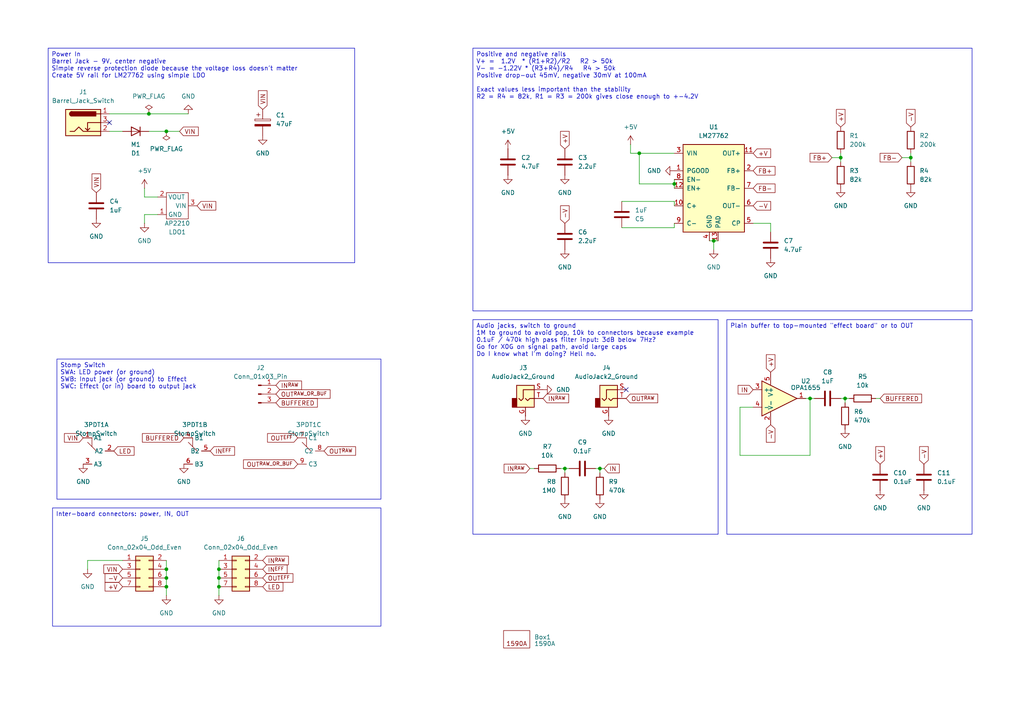
<source format=kicad_sch>
(kicad_sch (version 20231120) (generator "eeschema") (generator_version "8.0")
  (paper "A4")
  (title_block (title "Base board with LDO power rails") (date "2025-02-28") (rev "v1.0"))
  (lib_symbols
    (symbol "Connector:Barrel_Jack_Switch" (pin_names hide)
      (property "Reference" "J" (at 0 5.334 0))
      (property "Value" "Barrel_Jack_Switch" (at 0 -5.08 0))
      (symbol "Barrel_Jack_Switch_0_1"
        (rectangle (start -5.08 3.81) (end 5.08 -3.81) (stroke (width 0.254)) (fill (type background)))
        (arc (start -3.302 3.175) (mid -3.9343 2.54) (end -3.302 1.905) (stroke (width 0.254)))
        (arc (start -3.302 3.175) (mid -3.9343 2.54) (end -3.302 1.905) (stroke (width 0.254)) (fill (type outline)))
        (polyline (pts (xy 1.27 -2.286) (xy 1.905 -1.651)) (stroke (width 0.254)))
        (polyline (pts (xy 5.08 2.54) (xy 3.81 2.54)) (stroke (width 0.254)))
        (polyline (pts (xy 5.08 0) (xy 1.27 0) (xy 1.27 -2.286) (xy 0.635 -1.651)) (stroke (width 0.254)))
        (polyline (pts (xy -3.81 -2.54) (xy -2.54 -2.54) (xy -1.27 -1.27) (xy 0 -2.54) (xy 2.54 -2.54) (xy 5.08 -2.54)) (stroke (width 0.254)))
        (rectangle (start 3.683 3.175) (end -3.302 1.905) (stroke (width 0.254)) (fill (type outline)))
      )
      (symbol "Barrel_Jack_Switch_1_1"
        (pin passive line (at 7.62 2.54 180) (length 2.54) (name "~") (number "1"))
        (pin passive line (at 7.62 -2.54 180) (length 2.54) (name "~") (number "2"))
        (pin passive line (at 7.62 0 180) (length 2.54) (name "~") (number "3"))
      )
    )
    (symbol "Connector:Conn_01x03_Pin" (pin_names (offset 1.016) hide)
      (property "Reference" "J" (at 0 5.08 0))
      (property "Value" "Conn_01x03_Pin" (at 0 -5.08 0))
      (symbol "Conn_01x03_Pin_1_1"
        (polyline (pts (xy 1.27 -2.54) (xy 0.8636 -2.54)) (stroke (width 0.1524)))
        (polyline (pts (xy 1.27 0) (xy 0.8636 0)) (stroke (width 0.1524)))
        (polyline (pts (xy 1.27 2.54) (xy 0.8636 2.54)) (stroke (width 0.1524)))
        (rectangle (start 0.8636 -2.413) (end 0 -2.667) (stroke (width 0.1524)) (fill (type outline)))
        (rectangle (start 0.8636 0.127) (end 0 -0.127) (stroke (width 0.1524)) (fill (type outline)))
        (rectangle (start 0.8636 2.667) (end 0 2.413) (stroke (width 0.1524)) (fill (type outline)))
        (pin passive line (at 5.08 2.54 180) (length 3.81) (name "Pin_1") (number "1"))
        (pin passive line (at 5.08 0 180) (length 3.81) (name "Pin_2") (number "2"))
        (pin passive line (at 5.08 -2.54 180) (length 3.81) (name "Pin_3") (number "3"))
      )
    )
    (symbol "Connector_Audio:AudioJack2_Ground"
      (property "Reference" "J" (at 0 8.89 0))
      (property "Value" "AudioJack2_Ground" (at 0 6.35 0))
      (symbol "AudioJack2_Ground_0_1"
        (rectangle (start -2.54 -2.54) (end -3.81 0) (stroke (width 0.254)) (fill (type outline)))
        (polyline (pts (xy 0 0) (xy 0.635 -0.635) (xy 1.27 0) (xy 2.54 0)) (stroke (width 0.254)))
        (polyline (pts (xy 2.54 2.54) (xy -0.635 2.54) (xy -0.635 0) (xy -1.27 -0.635) (xy -1.905 0)) (stroke (width 0.254)))
        (rectangle (start 2.54 3.81) (end -2.54 -2.54) (stroke (width 0.254)) (fill (type background)))
      )
      (symbol "AudioJack2_Ground_1_1"
        (pin passive line (at 0 -5.08 90) (length 2.54) (name "~") (number "G"))
        (pin passive line (at 5.08 2.54 180) (length 2.54) (name "~") (number "S"))
        (pin passive line (at 5.08 0 180) (length 2.54) (name "~") (number "T"))
      )
    )
    (symbol "Connector_Generic:Conn_02x04_Odd_Even" (pin_names (offset 1.016) hide)
      (property "Reference" "J" (at 1.27 5.08 0))
      (property "Value" "Conn_02x04_Odd_Even" (at 1.27 -7.62 0))
      (symbol "Conn_02x04_Odd_Even_1_1"
        (rectangle (start -1.27 -4.953) (end 0 -5.207) (stroke (width 0.1524)))
        (rectangle (start -1.27 -2.413) (end 0 -2.667) (stroke (width 0.1524)))
        (rectangle (start -1.27 0.127) (end 0 -0.127) (stroke (width 0.1524)))
        (rectangle (start -1.27 2.667) (end 0 2.413) (stroke (width 0.1524)))
        (rectangle (start -1.27 3.81) (end 3.81 -6.35) (stroke (width 0.254)) (fill (type background)))
        (rectangle (start 3.81 -4.953) (end 2.54 -5.207) (stroke (width 0.1524)))
        (rectangle (start 3.81 -2.413) (end 2.54 -2.667) (stroke (width 0.1524)))
        (rectangle (start 3.81 0.127) (end 2.54 -0.127) (stroke (width 0.1524)))
        (rectangle (start 3.81 2.667) (end 2.54 2.413) (stroke (width 0.1524)))
        (pin passive line (at -5.08 2.54 0) (length 3.81) (name "Pin_1") (number "1"))
        (pin passive line (at 7.62 2.54 180) (length 3.81) (name "Pin_2") (number "2"))
        (pin passive line (at -5.08 0 0) (length 3.81) (name "Pin_3") (number "3"))
        (pin passive line (at 7.62 0 180) (length 3.81) (name "Pin_4") (number "4"))
        (pin passive line (at -5.08 -2.54 0) (length 3.81) (name "Pin_5") (number "5"))
        (pin passive line (at 7.62 -2.54 180) (length 3.81) (name "Pin_6") (number "6"))
        (pin passive line (at -5.08 -5.08 0) (length 3.81) (name "Pin_7") (number "7"))
        (pin passive line (at 7.62 -5.08 180) (length 3.81) (name "Pin_8") (number "8"))
      )
    )
    (symbol "Device:C" (pin_numbers hide) (pin_names (offset 0.254))
      (property "Reference" "C" (at 0.635 2.54 0))
      (property "Value" "C" (at 0.635 -2.54 0))
      (symbol "C_0_1"
        (polyline (pts (xy -2.032 -0.762) (xy 2.032 -0.762)) (stroke (width 0.508)))
        (polyline (pts (xy -2.032 0.762) (xy 2.032 0.762)) (stroke (width 0.508)))
      )
      (symbol "C_1_1"
        (pin passive line (at 0 3.81 270) (length 2.794) (name "~") (number "1"))
        (pin passive line (at 0 -3.81 90) (length 2.794) (name "~") (number "2"))
      )
    )
    (symbol "Device:C_Polarized" (pin_numbers hide) (pin_names (offset 0.254))
      (property "Reference" "C" (at 0.635 2.54 0))
      (property "Value" "C_Polarized" (at 0.635 -2.54 0))
      (symbol "C_Polarized_0_1"
        (rectangle (start -2.286 0.508) (end 2.286 1.016))
        (polyline (pts (xy -1.778 2.286) (xy -0.762 2.286)))
        (polyline (pts (xy -1.27 2.794) (xy -1.27 1.778)))
        (rectangle (start 2.286 -0.508) (end -2.286 -1.016) (fill (type outline)))
      )
      (symbol "C_Polarized_1_1"
        (pin passive line (at 0 3.81 270) (length 2.794) (name "~") (number "1"))
        (pin passive line (at 0 -3.81 90) (length 2.794) (name "~") (number "2"))
      )
    )
    (symbol "Device:D" (pin_numbers hide) (pin_names (offset 1.016) hide)
      (property "Reference" "D" (at 0 2.54 0))
      (property "Value" "D" (at 0 -2.54 0))
      (symbol "D_0_1"
        (polyline (pts (xy -1.27 1.27) (xy -1.27 -1.27)) (stroke (width 0.254)))
        (polyline (pts (xy 1.27 0) (xy -1.27 0)))
        (polyline (pts (xy 1.27 1.27) (xy 1.27 -1.27) (xy -1.27 0) (xy 1.27 1.27)) (stroke (width 0.254)))
      )
      (symbol "D_1_1"
        (pin passive line (at -3.81 0 0) (length 2.54) (name "K") (number "1"))
        (pin passive line (at 3.81 0 180) (length 2.54) (name "A") (number "2"))
      )
    )
    (symbol "Device:R" (pin_numbers hide) (pin_names (offset 0))
      (property "Reference" "R" (at 2.032 0 90))
      (property "Value" "R" (at 0 0 90))
      (symbol "R_0_1"
        (rectangle (start -1.016 -2.54) (end 1.016 2.54) (stroke (width 0.254)))
      )
      (symbol "R_1_1"
        (pin passive line (at 0 3.81 270) (length 1.27) (name "~") (number "1"))
        (pin passive line (at 0 -3.81 90) (length 1.27) (name "~") (number "2"))
      )
    )
    (symbol "Mylib:3PDT"
      (property "Reference" "3PDT" (at 0 0 0))
      (symbol "3PDT_0_1"
        (polyline (pts (xy 0 -3.81) (xy 0 -6.35)))
        (polyline (pts (xy 1.27 -7.62) (xy -1.27 -5.08)))
      )
      (symbol "3PDT_1_1"
        (pin passive line (at -2.54 -3.81 0) (length 2.54) (name "A1") (number "1"))
        (pin passive line (at 6.35 -7.62 180) (length 2.54) (name "A2") (number "2"))
        (pin passive line (at -2.54 -11.43 0) (length 2.54) (name "A3") (number "3"))
      )
      (symbol "3PDT_2_1"
        (pin passive line (at -2.54 -3.81 0) (length 2.54) (name "B1") (number "4"))
        (pin passive line (at 5.08 -7.62 180) (length 2.54) (name "B2") (number "5"))
        (pin passive line (at -2.54 -11.43 0) (length 2.54) (name "B3") (number "6"))
      )
      (symbol "3PDT_3_1"
        (pin passive line (at -2.54 -3.81 0) (length 2.54) (name "C1") (number "7"))
        (pin passive line (at 5.08 -7.62 180) (length 2.54) (name "C2") (number "8"))
        (pin passive line (at -2.54 -11.43 0) (length 2.54) (name "C3") (number "9"))
      )
    )
    (symbol "Mylib:AP2210N-5.0TRG1"
      (property "Reference" "LDO" (at 5.588 2.794 0))
      (symbol "AP2210N-5.0TRG1_0_1"
        (rectangle (start 2.54 1.27) (end 8.89 -6.35))
      )
      (symbol "AP2210N-5.0TRG1_1_1"
        (pin power_in line (at 0 0 0) (length 2.54) (name "GND") (number "1"))
        (pin power_out line (at 0 -5.08 0) (length 2.54) (name "VOUT") (number "2"))
        (pin power_in line (at 11.43 -2.54 180) (length 2.54) (name "VIN") (number "3"))
      )
    )
    (symbol "Mylib:Enclosure_1590A"
      (property "Reference" "Box" (at 0 0 0))
      (symbol "Enclosure_1590A_0_1"
        (rectangle (start -3.81 1.27) (end 3.81 -3.81))
      )
      (symbol "Enclosure_1590A_1_1"
        (text "1590A" (at 0 -2.54 0) (effects (font (size 1.27 1.27))))
      )
    )
    (symbol "Mylib:OPA1655DVB"
      (property "Reference" "U" (at -6.35 6.35 0))
      (symbol "OPA1655DVB_0_1"
        (polyline (pts (xy 0 5.08) (xy 10.16 0) (xy 0 -5.08) (xy 0 5.08)) (stroke (width 0.254)) (fill (type background)))
        (pin power_in line (at 2.54 -7.62 90) (length 3.81) (name "V-") (number "2"))
        (pin power_in line (at 2.54 7.62 270) (length 3.81) (name "V+") (number "5"))
      )
      (symbol "OPA1655DVB_1_1"
        (pin output line (at 12.7 0 180) (length 2.54) (name "~") (number "1"))
        (pin input line (at -2.54 2.54 0) (length 2.54) (name "+") (number "3"))
        (pin input line (at -2.54 -2.54 0) (length 2.54) (name "-") (number "4"))
      )
    )
    (symbol "Regulator_SwitchedCapacitor:LM27762" (pin_names (offset 1.016))
      (property "Reference" "U" (at -6.604 8.89 0))
      (property "Value" "LM27762" (at 6.096 8.89 0))
      (symbol "LM27762_0_1"
        (rectangle (start -7.62 7.62) (end 10.16 -17.78) (stroke (width 0.254)) (fill (type background)))
      )
      (symbol "LM27762_1_1"
        (pin open_collector line (at -10.16 0 0) (length 2.54) (name "PGOOD") (number "1"))
        (pin passive line (at -10.16 -10.16 0) (length 2.54) (name "C+") (number "10"))
        (pin power_out line (at 12.7 5.08 180) (length 2.54) (name "OUT+") (number "11"))
        (pin input line (at -10.16 -5.08 0) (length 2.54) (name "EN+") (number "12"))
        (pin power_in line (at 2.54 -20.32 90) (length 2.54) (name "PAD") (number "13"))
        (pin input line (at 12.7 0 180) (length 2.54) (name "FB+") (number "2"))
        (pin power_in line (at -10.16 5.08 0) (length 2.54) (name "VIN") (number "3"))
        (pin power_in line (at 0 -20.32 90) (length 2.54) (name "GND") (number "4"))
        (pin passive line (at 12.7 -15.24 180) (length 2.54) (name "CP") (number "5"))
        (pin power_out line (at 12.7 -10.16 180) (length 2.54) (name "OUT-") (number "6"))
        (pin input line (at 12.7 -5.08 180) (length 2.54) (name "FB-") (number "7"))
        (pin input line (at -10.16 -2.54 0) (length 2.54) (name "EN-") (number "8"))
        (pin passive line (at -10.16 -15.24 0) (length 2.54) (name "C-") (number "9"))
      )
    )
    (symbol "power:+5V" (power) (pin_numbers hide) (pin_names (offset 0) hide)
      (property "Value" "+5V" (at 0 3.556 0))
      (symbol "+5V_0_1"
        (polyline (pts (xy -0.762 1.27) (xy 0 2.54)))
        (polyline (pts (xy 0 0) (xy 0 2.54)))
        (polyline (pts (xy 0 2.54) (xy 0.762 1.27)))
      )
      (symbol "+5V_1_1"
        (pin power_in line (at 0 0 90) (length 0) (name "~") (number "1"))
      )
    )
    (symbol "power:GND" (power) (pin_numbers hide) (pin_names (offset 0) hide)
      (property "Value" "GND" (at 0 -3.81 0))
      (symbol "GND_0_1"
        (polyline (pts (xy 0 0) (xy 0 -1.27) (xy 1.27 -1.27) (xy 0 -2.54) (xy -1.27 -1.27) (xy 0 -1.27)))
      )
      (symbol "GND_1_1"
        (pin power_in line (at 0 0 270) (length 0) (name "~") (number "1"))
      )
    )
    (symbol "power:PWR_FLAG" (power) (pin_numbers hide) (pin_names (offset 0) hide)
      (property "Value" "PWR_FLAG" (at 0 3.81 0))
      (symbol "PWR_FLAG_0_0"
        (pin power_out line (at 0 0 90) (length 0) (name "~") (number "1"))
      )
      (symbol "PWR_FLAG_0_1"
        (polyline (pts (xy 0 0) (xy 0 1.27) (xy -1.016 1.905) (xy 0 2.54) (xy 1.016 1.905) (xy 0 1.27)))
      )
    )
  )
  (junction (at 63.5 167.64))
  (junction (at 207.01 69.85))
  (junction (at 243.84 45.72))
  (junction (at 185.42 44.45))
  (junction (at 48.26 167.64))
  (junction (at 48.26 165.1))
  (junction (at 63.5 165.1))
  (junction (at 264.16 45.72))
  (junction (at 48.26 170.18))
  (junction (at 245.11 115.57))
  (junction (at 48.26 38.1))
  (junction (at 63.5 170.18))
  (junction (at 173.99 135.89))
  (junction (at 234.95 115.57))
  (junction (at 43.18 33.02))
  (junction (at 163.83 135.89))
  (junction (at 195.58 53.34))
  (no_connect (at 31.75 35.56))
  (no_connect (at 181.61 113.03))
  (wire (pts (xy 31.75 33.02) (xy 43.18 33.02)))
  (wire (pts (xy 48.26 170.18) (xy 48.26 172.72)))
  (wire (pts (xy 264.16 45.72) (xy 264.16 46.99)))
  (wire (pts (xy 207.01 69.85) (xy 207.01 72.39)))
  (wire (pts (xy 254 115.57) (xy 255.27 115.57)))
  (wire (pts (xy 43.18 38.1) (xy 48.26 38.1)))
  (wire (pts (xy 35.56 162.56) (xy 25.4 162.56)))
  (wire (pts (xy 163.83 135.89) (xy 163.83 137.16)))
  (wire (pts (xy 234.95 115.57) (xy 234.95 132.08)))
  (wire (pts (xy 185.42 53.34) (xy 185.42 44.45)))
  (wire (pts (xy 173.99 135.89) (xy 175.26 135.89)))
  (wire (pts (xy 261.62 45.72) (xy 264.16 45.72)))
  (wire (pts (xy 214.63 132.08) (xy 214.63 118.11)))
  (wire (pts (xy 63.5 162.56) (xy 63.5 165.1)))
  (wire (pts (xy 163.83 135.89) (xy 165.1 135.89)))
  (wire (pts (xy 234.95 132.08) (xy 214.63 132.08)))
  (wire (pts (xy 207.01 69.85) (xy 208.28 69.85)))
  (wire (pts (xy 236.22 115.57) (xy 234.95 115.57)))
  (wire (pts (xy 195.58 58.42) (xy 195.58 59.69)))
  (wire (pts (xy 63.5 165.1) (xy 63.5 167.64)))
  (wire (pts (xy 173.99 135.89) (xy 173.99 137.16)))
  (wire (pts (xy 182.88 41.91) (xy 182.88 44.45)))
  (wire (pts (xy 243.84 45.72) (xy 243.84 46.99)))
  (wire (pts (xy 48.26 38.1) (xy 52.07 38.1)))
  (wire (pts (xy 41.91 62.23) (xy 45.72 62.23)))
  (wire (pts (xy 48.26 167.64) (xy 48.26 170.18)))
  (wire (pts (xy 153.67 135.89) (xy 154.94 135.89)))
  (wire (pts (xy 218.44 64.77) (xy 223.52 64.77)))
  (wire (pts (xy 223.52 64.77) (xy 223.52 67.31)))
  (wire (pts (xy 31.75 38.1) (xy 35.56 38.1)))
  (wire (pts (xy 195.58 66.04) (xy 195.58 64.77)))
  (wire (pts (xy 195.58 53.34) (xy 195.58 54.61)))
  (wire (pts (xy 25.4 162.56) (xy 25.4 165.1)))
  (wire (pts (xy 48.26 165.1) (xy 48.26 167.64)))
  (wire (pts (xy 182.88 44.45) (xy 185.42 44.45)))
  (wire (pts (xy 185.42 53.34) (xy 195.58 53.34)))
  (wire (pts (xy 41.91 57.15) (xy 45.72 57.15)))
  (wire (pts (xy 43.18 33.02) (xy 54.61 33.02)))
  (wire (pts (xy 63.5 170.18) (xy 63.5 172.72)))
  (wire (pts (xy 180.34 66.04) (xy 195.58 66.04)))
  (wire (pts (xy 245.11 115.57) (xy 246.38 115.57)))
  (wire (pts (xy 180.34 58.42) (xy 195.58 58.42)))
  (wire (pts (xy 241.3 45.72) (xy 243.84 45.72)))
  (wire (pts (xy 185.42 44.45) (xy 195.58 44.45)))
  (wire (pts (xy 214.63 118.11) (xy 218.44 118.11)))
  (wire (pts (xy 172.72 135.89) (xy 173.99 135.89)))
  (wire (pts (xy 243.84 115.57) (xy 245.11 115.57)))
  (wire (pts (xy 233.68 115.57) (xy 234.95 115.57)))
  (wire (pts (xy 245.11 115.57) (xy 245.11 116.84)))
  (wire (pts (xy 205.74 69.85) (xy 207.01 69.85)))
  (wire (pts (xy 264.16 44.45) (xy 264.16 45.72)))
  (wire (pts (xy 195.58 52.07) (xy 195.58 53.34)))
  (wire (pts (xy 41.91 54.61) (xy 41.91 57.15)))
  (wire (pts (xy 63.5 167.64) (xy 63.5 170.18)))
  (wire (pts (xy 243.84 44.45) (xy 243.84 45.72)))
  (wire (pts (xy 41.91 64.77) (xy 41.91 62.23)))
  (wire (pts (xy 48.26 162.56) (xy 48.26 165.1)))
  (wire (pts (xy 162.56 135.89) (xy 163.83 135.89)))
  (text_box "Audio jacks, switch to ground\n1M to ground to avoid pop, 10k to connectors because example\n0.1uF / 470k high pass filter input: 3dB below 7Hz?\nGo for X0G on signal path, avoid large caps\nDo I know what I'm doing? Hell no." (at 137.16 92.71 0) (size 71.12 62.23) (effects (font (size 1.27 1.27)) (justify left top)))
  (text_box "Positive and negative rails\nV+ =  1.2V  * (R1+R2)/R2   R2 > 50k\nV- = -1.22V * (R3+R4)/R4   R4 > 50k\nPositive drop-out 45mV, negative 30mV at 100mA\n\nExact values less important than the stability\nR2 = R4 = 82k, R1 = R3 = 200k gives close enough to +-4.2V" (at 137.16 13.97 0) (size 144.78 76.2) (effects (font (size 1.27 1.27)) (justify left top)))
  (text_box "Plain buffer to top-mounted \"effect board\" or to OUT" (at 210.82 92.71 0) (size 71.12 62.23) (effects (font (size 1.27 1.27)) (justify left top)))
  (text_box "Inter-board connectors: power, IN, OUT" (at 15.24 147.32 0) (size 95.25 34.29) (effects (font (size 1.27 1.27)) (justify left top)))
  (text_box "Power In\nBarrel Jack - 9V, center negative\nSimple reverse protection diode because the voltage loss doesn't matter\nCreate 5V rail for LM27762 using simple LDO" (at 13.97 13.97 0) (size 88.9 62.23) (effects (font (size 1.27 1.27)) (justify left top)))
  (text_box "Stomp Switch\nSWA: LED power (or ground)\nSWB: Input jack (or ground) to Effect\nSWC: Effect (or in) board to output jack" (at 16.51 104.14 0) (size 93.98 40.64) (effects (font (size 1.27 1.27)) (justify left top)))
  (global_label "IN^{EFF}" (shape input) (at 60.96 130.81 0) (property "Intersheetrefs" "${INTERSHEET_REFS}" (effects (hide yes))))
  (global_label "IN^{RAW}" (shape input) (at 76.2 162.56 0) (property "Intersheetrefs" "${INTERSHEET_REFS}" (effects (hide yes))))
  (global_label "OUT^{RAW_OR_BUF}" (shape input) (at 86.36 134.62 180) (property "Intersheetrefs" "${INTERSHEET_REFS}" (effects (hide yes))))
  (global_label "BUFFERED" (shape input) (at 80.01 116.84 0) (property "Intersheetrefs" "${INTERSHEET_REFS}" (effects (hide yes))))
  (global_label "BUFFERED" (shape input) (at 53.34 127 180) (property "Intersheetrefs" "${INTERSHEET_REFS}" (effects (hide yes))))
  (global_label "FB+" (shape input) (at 241.3 45.72 180) (property "Intersheetrefs" "${INTERSHEET_REFS}" (effects (hide yes))))
  (global_label "-V" (shape input) (at 218.44 59.69 0) (property "Intersheetrefs" "${INTERSHEET_REFS}" (effects (hide yes))))
  (global_label "IN" (shape input) (at 175.26 135.89 0) (property "Intersheetrefs" "${INTERSHEET_REFS}" (effects (hide yes))))
  (global_label "OUT^{RAW}" (shape input) (at 181.61 115.57 0) (property "Intersheetrefs" "${INTERSHEET_REFS}" (effects (hide yes))))
  (global_label "VIN" (shape input) (at 27.94 55.88 90) (property "Intersheetrefs" "${INTERSHEET_REFS}" (effects (hide yes))))
  (global_label "VIN" (shape input) (at 24.13 127 180) (property "Intersheetrefs" "${INTERSHEET_REFS}" (effects (hide yes))))
  (global_label "OUT^{EFF}" (shape input) (at 86.36 127 180) (property "Intersheetrefs" "${INTERSHEET_REFS}" (effects (hide yes))))
  (global_label "-V" (shape input) (at 223.52 123.19 270) (property "Intersheetrefs" "${INTERSHEET_REFS}" (effects (hide yes))))
  (global_label "FB+" (shape input) (at 218.44 49.53 0) (property "Intersheetrefs" "${INTERSHEET_REFS}" (effects (hide yes))))
  (global_label "IN^{RAW}" (shape input) (at 157.48 115.57 0) (property "Intersheetrefs" "${INTERSHEET_REFS}" (effects (hide yes))))
  (global_label "+V" (shape input) (at 255.27 134.62 90) (property "Intersheetrefs" "${INTERSHEET_REFS}" (effects (hide yes))))
  (global_label "IN^{RAW}" (shape input) (at 80.01 111.76 0) (property "Intersheetrefs" "${INTERSHEET_REFS}" (effects (hide yes))))
  (global_label "VIN" (shape input) (at 52.07 38.1 0) (property "Intersheetrefs" "${INTERSHEET_REFS}" (effects (hide yes))))
  (global_label "+V" (shape input) (at 163.83 43.18 90) (property "Intersheetrefs" "${INTERSHEET_REFS}" (effects (hide yes))))
  (global_label "IN^{RAW}" (shape input) (at 153.67 135.89 180) (property "Intersheetrefs" "${INTERSHEET_REFS}" (effects (hide yes))))
  (global_label "OUT^{RAW_OR_BUF}" (shape input) (at 80.01 114.3 0) (property "Intersheetrefs" "${INTERSHEET_REFS}" (effects (hide yes))))
  (global_label "LED" (shape input) (at 76.2 170.18 0) (property "Intersheetrefs" "${INTERSHEET_REFS}" (effects (hide yes))))
  (global_label "IN" (shape input) (at 218.44 113.03 180) (property "Intersheetrefs" "${INTERSHEET_REFS}" (effects (hide yes))))
  (global_label "-V" (shape input) (at 267.97 134.62 90) (property "Intersheetrefs" "${INTERSHEET_REFS}" (effects (hide yes))))
  (global_label "-V" (shape input) (at 35.56 167.64 180) (property "Intersheetrefs" "${INTERSHEET_REFS}" (effects (hide yes))))
  (global_label "BUFFERED" (shape input) (at 255.27 115.57 0) (property "Intersheetrefs" "${INTERSHEET_REFS}" (effects (hide yes))))
  (global_label "FB-" (shape input) (at 218.44 54.61 0) (property "Intersheetrefs" "${INTERSHEET_REFS}" (effects (hide yes))))
  (global_label "-V" (shape input) (at 163.83 64.77 90) (property "Intersheetrefs" "${INTERSHEET_REFS}" (effects (hide yes))))
  (global_label "+V" (shape input) (at 223.52 107.95 90) (property "Intersheetrefs" "${INTERSHEET_REFS}" (effects (hide yes))))
  (global_label "+V" (shape input) (at 35.56 170.18 180) (property "Intersheetrefs" "${INTERSHEET_REFS}" (effects (hide yes))))
  (global_label "OUT^{EFF}" (shape input) (at 76.2 167.64 0) (property "Intersheetrefs" "${INTERSHEET_REFS}" (effects (hide yes))))
  (global_label "LED" (shape input) (at 33.02 130.81 0) (property "Intersheetrefs" "${INTERSHEET_REFS}" (effects (hide yes))))
  (global_label "OUT^{RAW}" (shape input) (at 93.98 130.81 0) (property "Intersheetrefs" "${INTERSHEET_REFS}" (effects (hide yes))))
  (global_label "FB-" (shape input) (at 261.62 45.72 180) (property "Intersheetrefs" "${INTERSHEET_REFS}" (effects (hide yes))))
  (global_label "IN^{EFF}" (shape input) (at 76.2 165.1 0) (property "Intersheetrefs" "${INTERSHEET_REFS}" (effects (hide yes))))
  (global_label "-V" (shape input) (at 264.16 36.83 90) (property "Intersheetrefs" "${INTERSHEET_REFS}" (effects (hide yes))))
  (global_label "+V" (shape input) (at 243.84 36.83 90) (property "Intersheetrefs" "${INTERSHEET_REFS}" (effects (hide yes))))
  (global_label "VIN" (shape input) (at 76.2 31.75 90) (property "Intersheetrefs" "${INTERSHEET_REFS}" (effects (hide yes))))
  (global_label "VIN" (shape input) (at 57.15 59.69 0) (property "Intersheetrefs" "${INTERSHEET_REFS}" (effects (hide yes))))
  (global_label "VIN" (shape input) (at 35.56 165.1 180) (property "Intersheetrefs" "${INTERSHEET_REFS}" (effects (hide yes))))
  (global_label "+V" (shape input) (at 218.44 44.45 0) (property "Intersheetrefs" "${INTERSHEET_REFS}" (effects (hide yes))))
  (symbol (lib_id "power:GND") (at 163.83 72.39 0) (unit 1)
    (property "Reference" "#PWR13" (effects (hide yes)))
    (property "Value" "GND" (at 163.83 77.47 0))
    (property "Description" "Power symbol creates a global label with name \"GND\" , ground" (effects (hide yes)))
  )
  (symbol (lib_id "power:GND") (at 152.4 120.65 0) (unit 1)
    (property "Reference" "#PWR17" (effects (hide yes)))
    (property "Value" "GND" (at 152.4 125.73 0))
    (property "Description" "Power symbol creates a global label with name \"GND\" , ground" (effects (hide yes)))
  )
  (symbol (lib_id "Connector_Audio:AudioJack2_Ground") (at 152.4 115.57 0) (unit 1)
    (property "Reference" "J3" (at 151.765 106.68 0))
    (property "Value" "AudioJack2_Ground" (at 151.765 109.22 0))
    (property "Footprint" "Mylib:CK-6.35" (effects (hide yes)))
    (property "Description" "Audio Jack, 2 Poles (Mono / TS), Grounded Sleeve" (effects (hide yes)))
  )
  (symbol (lib_id "power:GND") (at 157.48 113.03 90) (unit 1)
    (property "Reference" "#PWR16" (effects (hide yes)))
    (property "Value" "GND" (at 161.29 113.0299 90) (effects (justify right)))
    (property "Description" "Power symbol creates a global label with name \"GND\" , ground" (effects (hide yes)))
  )
  (symbol (lib_id "power:GND") (at 76.2 39.37 0) (unit 1)
    (property "Reference" "#PWR2" (effects (hide yes)))
    (property "Value" "GND" (at 76.2 44.45 0))
    (property "Description" "Power symbol creates a global label with name \"GND\" , ground" (effects (hide yes)))
  )
  (symbol (lib_id "power:GND") (at 41.91 64.77 0) (unit 1)
    (property "Reference" "#PWR12" (effects (hide yes)))
    (property "Value" "GND" (at 41.91 69.85 0))
    (property "Description" "Power symbol creates a global label with name \"GND\" , ground" (effects (hide yes)))
  )
  (symbol (lib_id "Device:C") (at 255.27 138.43 0) (unit 1)
    (property "Reference" "C10" (at 259.08 137.1599 0) (effects (justify left)))
    (property "Value" "0.1uF" (at 259.08 139.6999 0) (effects (justify left)))
    (property "Footprint" "Capacitor_SMD:C_1206_3216Metric_Pad1.33x1.80mm_HandSolder" (effects (hide yes)))
    (property "Description" "Unpolarized capacitor" (effects (hide yes)))
  )
  (symbol (lib_id "Device:C") (at 240.03 115.57 90) (unit 1)
    (property "Reference" "C8" (at 240.03 107.95 90))
    (property "Value" "1uF" (at 240.03 110.49 90))
    (property "Footprint" "Capacitor_SMD:C_1206_3216Metric_Pad1.33x1.80mm_HandSolder" (effects (hide yes)))
    (property "Description" "Unpolarized capacitor" (effects (hide yes)))
  )
  (symbol (lib_id "Connector:Barrel_Jack_Switch") (at 24.13 35.56 0) (unit 1)
    (property "Reference" "J1" (at 24.13 26.67 0))
    (property "Value" "Barrel_Jack_Switch" (at 24.13 29.21 0))
    (property "Footprint" "Connector_BarrelJack:BarrelJack_Wuerth_6941xx301002" (effects (hide yes)))
    (property "Description" "DC Barrel Jack with an internal switch" (effects (hide yes)))
  )
  (symbol (lib_id "power:GND") (at 25.4 165.1 0) (unit 1)
    (property "Reference" "#PWR26" (effects (hide yes)))
    (property "Value" "GND" (at 25.4 170.18 0))
    (property "Description" "Power symbol creates a global label with name \"GND\" , ground" (effects (hide yes)))
  )
  (symbol (lib_id "power:+5V") (at 41.91 54.61 0) (unit 1)
    (property "Reference" "#PWR8" (effects (hide yes)))
    (property "Value" "+5V" (at 41.91 49.53 0))
    (property "Description" "Power symbol creates a global label with name \"+5V\"" (effects (hide yes)))
  )
  (symbol (lib_id "Device:C_Polarized") (at 76.2 35.56 0) (unit 1)
    (property "Reference" "C1" (at 80.01 33.4009 0) (effects (justify left)))
    (property "Value" "47uF" (at 80.01 35.9409 0) (effects (justify left)))
    (property "Footprint" "Capacitor_THT:CP_Radial_D5.0mm_P2.00mm" (effects (hide yes)))
    (property "Description" "Polarized capacitor" (effects (hide yes)))
  )
  (symbol (lib_id "power:PWR_FLAG") (at 43.18 33.02 0) (unit 1)
    (property "Reference" "#FLG1" (effects (hide yes)))
    (property "Value" "PWR_FLAG" (at 43.18 27.94 0))
    (property "Description" "Special symbol for telling ERC where power comes from" (effects (hide yes)))
  )
  (symbol (lib_id "Device:C") (at 163.83 68.58 0) (unit 1)
    (property "Reference" "C6" (at 167.64 67.3099 0) (effects (justify left)))
    (property "Value" "2.2uF" (at 167.64 69.8499 0) (effects (justify left)))
    (property "Footprint" "Capacitor_SMD:C_1206_3216Metric_Pad1.33x1.80mm_HandSolder" (effects (hide yes)))
    (property "Description" "Unpolarized capacitor" (effects (hide yes)))
  )
  (symbol (lib_id "Connector:Conn_01x03_Pin") (at 74.93 114.3 0) (unit 1)
    (property "Reference" "J2" (at 75.565 106.68 0))
    (property "Value" "Conn_01x03_Pin" (at 75.565 109.22 0))
    (property "Footprint" "Connector_PinHeader_2.54mm:PinHeader_1x03_P2.54mm_Vertical" (effects (hide yes)))
    (property "Description" "Generic connector, single row, 01x03, script generated" (effects (hide yes)))
  )
  (symbol (lib_id "power:GND") (at 48.26 172.72 0) (unit 1)
    (property "Reference" "#PWR27" (effects (hide yes)))
    (property "Value" "GND" (at 48.26 177.8 0))
    (property "Description" "Power symbol creates a global label with name \"GND\" , ground" (effects (hide yes)))
  )
  (symbol (lib_id "power:GND") (at 163.83 144.78 0) (unit 1)
    (property "Reference" "#PWR24" (effects (hide yes)))
    (property "Value" "GND" (at 163.83 149.86 0))
    (property "Description" "Power symbol creates a global label with name \"GND\" , ground" (effects (hide yes)))
  )
  (symbol (lib_id "Device:C") (at 27.94 59.69 0) (unit 1)
    (property "Reference" "C4" (at 31.75 58.4199 0) (effects (justify left)))
    (property "Value" "1uF" (at 31.75 60.9599 0) (effects (justify left)))
    (property "Footprint" "Capacitor_SMD:C_1206_3216Metric_Pad1.33x1.80mm_HandSolder" (effects (hide yes)))
    (property "Description" "Unpolarized capacitor" (effects (hide yes)))
  )
  (symbol (lib_id "Device:R") (at 245.11 120.65 0) (unit 1)
    (property "Reference" "R6" (at 247.65 119.3799 0) (effects (justify left)))
    (property "Value" "470k" (at 247.65 121.9199 0) (effects (justify left)))
    (property "Footprint" "Resistor_SMD:R_0805_2012Metric_Pad1.20x1.40mm_HandSolder" (effects (hide yes)))
    (property "Description" "Resistor" (effects (hide yes)))
  )
  (symbol (lib_id "power:PWR_FLAG") (at 48.26 38.1 180) (unit 1)
    (property "Reference" "#FLG2" (effects (hide yes)))
    (property "Value" "PWR_FLAG" (at 48.26 43.18 0))
    (property "Description" "Special symbol for telling ERC where power comes from" (effects (hide yes)))
  )
  (symbol (lib_id "Device:C") (at 147.32 46.99 0) (unit 1)
    (property "Reference" "C2" (at 151.13 45.7199 0) (effects (justify left)))
    (property "Value" "4.7uF" (at 151.13 48.2599 0) (effects (justify left)))
    (property "Footprint" "Capacitor_SMD:C_1206_3216Metric_Pad1.33x1.80mm_HandSolder" (effects (hide yes)))
    (property "Description" "Unpolarized capacitor" (effects (hide yes)))
  )
  (symbol (lib_id "power:GND") (at 264.16 54.61 0) (unit 1)
    (property "Reference" "#PWR10" (effects (hide yes)))
    (property "Value" "GND" (at 264.16 59.69 0))
    (property "Description" "Power symbol creates a global label with name \"GND\" , ground" (effects (hide yes)))
  )
  (symbol (lib_id "power:GND") (at 255.27 142.24 0) (unit 1)
    (property "Reference" "#PWR22" (effects (hide yes)))
    (property "Value" "GND" (at 255.27 147.32 0))
    (property "Description" "Power symbol creates a global label with name \"GND\" , ground" (effects (hide yes)))
  )
  (symbol (lib_id "Mylib:OPA1655DVB") (at 220.98 115.57 0) (unit 1)
    (property "Reference" "U2" (at 233.68 110.5214 0))
    (property "Value" "OPA1655" (at 233.68 112.4265 0))
    (property "Footprint" "Package_TO_SOT_SMD:SOT-23-5_HandSoldering" (effects (hide yes)))
    (property "Datasheet" "https://www.ti.com/lit/ds/symlink/opa1655.pdf" (effects (hide yes)))
    (property "Description" "Ultra-Low-Noise, Low-Distortion, FET-Input Audio Operational Amplifier" (effects (hide yes)))
  )
  (symbol (lib_id "Device:R") (at 158.75 135.89 90) (unit 1)
    (property "Reference" "R7" (at 158.75 129.54 90))
    (property "Value" "10k" (at 158.75 132.08 90))
    (property "Footprint" "Resistor_SMD:R_0805_2012Metric_Pad1.20x1.40mm_HandSolder" (effects (hide yes)))
    (property "Description" "Resistor" (effects (hide yes)))
  )
  (symbol (lib_id "Device:C") (at 168.91 135.89 90) (unit 1)
    (property "Reference" "C9" (at 168.91 128.27 90))
    (property "Value" "0.1uF" (at 168.91 130.81 90))
    (property "Footprint" "Capacitor_SMD:C_1206_3216Metric_Pad1.33x1.80mm_HandSolder" (effects (hide yes)))
    (property "Description" "Unpolarized capacitor" (effects (hide yes)))
  )
  (symbol (lib_id "power:GND") (at 207.01 72.39 0) (unit 1)
    (property "Reference" "#PWR14" (effects (hide yes)))
    (property "Value" "GND" (at 207.01 77.47 0))
    (property "Description" "Power symbol creates a global label with name \"GND\" , ground" (effects (hide yes)))
  )
  (symbol (lib_id "power:GND") (at 223.52 74.93 0) (unit 1)
    (property "Reference" "#PWR15" (effects (hide yes)))
    (property "Value" "GND" (at 223.52 80.01 0))
    (property "Description" "Power symbol creates a global label with name \"GND\" , ground" (effects (hide yes)))
  )
  (symbol (lib_id "Device:C") (at 163.83 46.99 0) (unit 1)
    (property "Reference" "C3" (at 167.64 45.7199 0) (effects (justify left)))
    (property "Value" "2.2uF" (at 167.64 48.2599 0) (effects (justify left)))
    (property "Footprint" "Capacitor_SMD:C_1206_3216Metric_Pad1.33x1.80mm_HandSolder" (effects (hide yes)))
    (property "Description" "Unpolarized capacitor" (effects (hide yes)))
  )
  (symbol (lib_id "Mylib:3PDT") (at 55.88 123.19 0) (unit 2)
    (property "Reference" "3PDT1" (at 56.515 123.19 0))
    (property "Value" "StompSwitch" (at 56.515 125.73 0))
    (property "Footprint" "Mylib:3PDT-Stomp-Switch" (effects (hide yes)))
  )
  (symbol (lib_id "power:GND") (at 195.58 49.53 270) (unit 1)
    (property "Reference" "#PWR5" (effects (hide yes)))
    (property "Value" "GND" (at 191.77 49.5299 90) (effects (justify right)))
    (property "Description" "Power symbol creates a global label with name \"GND\" , ground" (effects (hide yes)))
  )
  (symbol (lib_id "Device:R") (at 243.84 40.64 0) (unit 1)
    (property "Reference" "R1" (at 246.38 39.3699 0) (effects (justify left)))
    (property "Value" "200k" (at 246.38 41.9099 0) (effects (justify left)))
    (property "Footprint" "Resistor_SMD:R_0805_2012Metric_Pad1.20x1.40mm_HandSolder" (effects (hide yes)))
    (property "Description" "Resistor" (effects (hide yes)))
  )
  (symbol (lib_id "Device:C") (at 267.97 138.43 0) (unit 1)
    (property "Reference" "C11" (at 271.78 137.1599 0) (effects (justify left)))
    (property "Value" "0.1uF" (at 271.78 139.6999 0) (effects (justify left)))
    (property "Footprint" "Capacitor_SMD:C_1206_3216Metric_Pad1.33x1.80mm_HandSolder" (effects (hide yes)))
    (property "Description" "Unpolarized capacitor" (effects (hide yes)))
  )
  (symbol (lib_id "power:GND") (at 176.53 120.65 0) (unit 1)
    (property "Reference" "#PWR18" (effects (hide yes)))
    (property "Value" "GND" (at 176.53 125.73 0))
    (property "Description" "Power symbol creates a global label with name \"GND\" , ground" (effects (hide yes)))
  )
  (symbol (lib_id "power:+5V") (at 182.88 41.91 0) (unit 1)
    (property "Reference" "#PWR3" (effects (hide yes)))
    (property "Value" "+5V" (at 182.88 36.83 0))
    (property "Description" "Power symbol creates a global label with name \"+5V\"" (effects (hide yes)))
  )
  (symbol (lib_id "Mylib:Enclosure_1590A") (at 149.86 184.15 0) (unit 1)
    (property "Reference" "Box1" (at 154.94 184.7849 0) (effects (justify left)))
    (property "Value" "1590A" (at 154.94 186.69 0) (effects (justify left)))
    (property "Footprint" "Mylib:1590A" (effects (hide yes)))
  )
  (symbol (lib_id "power:GND") (at 147.32 50.8 0) (unit 1)
    (property "Reference" "#PWR6" (effects (hide yes)))
    (property "Value" "GND" (at 147.32 55.88 0))
    (property "Description" "Power symbol creates a global label with name \"GND\" , ground" (effects (hide yes)))
  )
  (symbol (lib_id "power:GND") (at 27.94 63.5 0) (unit 1)
    (property "Reference" "#PWR11" (effects (hide yes)))
    (property "Value" "GND" (at 27.94 68.58 0))
    (property "Description" "Power symbol creates a global label with name \"GND\" , ground" (effects (hide yes)))
  )
  (symbol (lib_id "Device:R") (at 163.83 140.97 0) (mirror y) (unit 1)
    (property "Reference" "R8" (at 161.29 139.6999 0) (effects (justify left)))
    (property "Value" "1M0" (at 161.29 142.2399 0) (effects (justify left)))
    (property "Footprint" "Resistor_SMD:R_0805_2012Metric_Pad1.20x1.40mm_HandSolder" (effects (hide yes)))
    (property "Description" "Resistor" (effects (hide yes)))
  )
  (symbol (lib_id "Connector_Generic:Conn_02x04_Odd_Even") (at 68.58 165.1 0) (unit 1)
    (property "Reference" "J6" (at 69.85 156.21 0))
    (property "Value" "Conn_02x04_Odd_Even" (at 69.85 158.75 0))
    (property "Footprint" "Connector_PinHeader_2.54mm:PinHeader_2x04_P2.54mm_Vertical" (effects (hide yes)))
    (property "Description" "Generic connector, double row, 02x04, odd/even pin numbering scheme (row 1 odd numbers, row 2 even numbers), script generated (kicad-library-utils/schlib/autogen/connector/)" (effects (hide yes)))
  )
  (symbol (lib_id "power:GND") (at 63.5 172.72 0) (mirror y) (unit 1)
    (property "Reference" "#PWR28" (effects (hide yes)))
    (property "Value" "GND" (at 63.5 177.8 0))
    (property "Description" "Power symbol creates a global label with name \"GND\" , ground" (effects (hide yes)))
  )
  (symbol (lib_id "power:GND") (at 245.11 124.46 0) (unit 1)
    (property "Reference" "#PWR19" (effects (hide yes)))
    (property "Value" "GND" (at 245.11 129.54 0))
    (property "Description" "Power symbol creates a global label with name \"GND\" , ground" (effects (hide yes)))
  )
  (symbol (lib_id "power:+5V") (at 147.32 43.18 0) (unit 1)
    (property "Reference" "#PWR4" (effects (hide yes)))
    (property "Value" "+5V" (at 147.32 38.1 0))
    (property "Description" "Power symbol creates a global label with name \"+5V\"" (effects (hide yes)))
  )
  (symbol (lib_id "power:GND") (at 243.84 54.61 0) (unit 1)
    (property "Reference" "#PWR9" (effects (hide yes)))
    (property "Value" "GND" (at 243.84 59.69 0))
    (property "Description" "Power symbol creates a global label with name \"GND\" , ground" (effects (hide yes)))
  )
  (symbol (lib_id "Mylib:3PDT") (at 26.67 123.19 0) (unit 1)
    (property "Reference" "3PDT1" (at 27.94 123.19 0))
    (property "Value" "StompSwitch" (at 27.94 125.73 0))
    (property "Footprint" "Mylib:3PDT-Stomp-Switch" (effects (hide yes)))
  )
  (symbol (lib_id "Device:C") (at 180.34 62.23 0) (mirror x) (unit 1)
    (property "Reference" "C5" (at 184.15 63.5001 0) (effects (justify left)))
    (property "Value" "1uF" (at 184.15 60.9601 0) (effects (justify left)))
    (property "Footprint" "Capacitor_SMD:C_1206_3216Metric_Pad1.33x1.80mm_HandSolder" (effects (hide yes)))
    (property "Description" "Unpolarized capacitor" (effects (hide yes)))
  )
  (symbol (lib_id "power:GND") (at 163.83 50.8 0) (unit 1)
    (property "Reference" "#PWR7" (effects (hide yes)))
    (property "Value" "GND" (at 163.83 55.88 0))
    (property "Description" "Power symbol creates a global label with name \"GND\" , ground" (effects (hide yes)))
  )
  (symbol (lib_id "Device:R") (at 264.16 40.64 0) (unit 1)
    (property "Reference" "R2" (at 266.7 39.3699 0) (effects (justify left)))
    (property "Value" "200k" (at 266.7 41.9099 0) (effects (justify left)))
    (property "Footprint" "Resistor_SMD:R_0805_2012Metric_Pad1.20x1.40mm_HandSolder" (effects (hide yes)))
    (property "Description" "Resistor" (effects (hide yes)))
  )
  (symbol (lib_id "Connector_Generic:Conn_02x04_Odd_Even") (at 40.64 165.1 0) (unit 1)
    (property "Reference" "J5" (at 41.91 156.21 0))
    (property "Value" "Conn_02x04_Odd_Even" (at 41.91 158.75 0))
    (property "Footprint" "Connector_PinHeader_2.54mm:PinHeader_2x04_P2.54mm_Vertical" (effects (hide yes)))
    (property "Description" "Generic connector, double row, 02x04, odd/even pin numbering scheme (row 1 odd numbers, row 2 even numbers), script generated (kicad-library-utils/schlib/autogen/connector/)" (effects (hide yes)))
  )
  (symbol (lib_id "Device:R") (at 264.16 50.8 0) (unit 1)
    (property "Reference" "R4" (at 266.7 49.5299 0) (effects (justify left)))
    (property "Value" "82k" (at 266.7 52.0699 0) (effects (justify left)))
    (property "Footprint" "Resistor_SMD:R_0805_2012Metric_Pad1.20x1.40mm_HandSolder" (effects (hide yes)))
    (property "Description" "Resistor" (effects (hide yes)))
  )
  (symbol (lib_id "power:GND") (at 54.61 33.02 180) (unit 1)
    (property "Reference" "#PWR1" (effects (hide yes)))
    (property "Value" "GND" (at 54.61 27.94 0))
    (property "Description" "Power symbol creates a global label with name \"GND\" , ground" (effects (hide yes)))
  )
  (symbol (lib_id "power:GND") (at 267.97 142.24 0) (unit 1)
    (property "Reference" "#PWR23" (effects (hide yes)))
    (property "Value" "GND" (at 267.97 147.32 0))
    (property "Description" "Power symbol creates a global label with name \"GND\" , ground" (effects (hide yes)))
  )
  (symbol (lib_id "power:GND") (at 53.34 134.62 0) (unit 1)
    (property "Reference" "#PWR21" (effects (hide yes)))
    (property "Value" "GND" (at 53.34 139.7 0))
    (property "Description" "Power symbol creates a global label with name \"GND\" , ground" (effects (hide yes)))
  )
  (symbol (lib_id "Regulator_SwitchedCapacitor:LM27762") (at 205.74 49.53 0) (unit 1)
    (property "Reference" "U1" (at 207.01 36.83 0))
    (property "Value" "LM27762" (at 207.01 39.37 0))
    (property "Footprint" "Package_SON:WSON-12-1EP_3x2mm_P0.5mm_EP1x2.65" (effects (hide yes)))
    (property "Datasheet" "http://www.ti.com/lit/ds/symlink/lm27762.pdf" (effects (hide yes)))
    (property "Description" "Low-noise inverting charge pump with both positive and negative LDO's, with 2.7V-5.5V input to +1.5 to +5V and -1.5 to -5V Output Voltage, WSON-12" (effects (hide yes)))
  )
  (symbol (lib_id "Mylib:AP2210N-5.0TRG1") (at 45.72 62.23 0) (mirror x) (unit 1)
    (property "Reference" "LDO1" (at 51.435 67.31 0))
    (property "Value" "AP2210" (at 51.435 64.77 0))
    (property "Footprint" "Package_TO_SOT_SMD:SOT-23-3" (effects (hide yes)))
    (property "Datasheet" "https://www.diodes.com/datasheet/download/AP2210.pdf" (effects (hide yes)))
    (property "Description" "5V 300mA ULDO regulator" (effects (hide yes)))
  )
  (symbol (lib_id "Device:R") (at 250.19 115.57 90) (unit 1)
    (property "Reference" "R5" (at 250.19 109.22 90))
    (property "Value" "10k" (at 250.19 111.76 90))
    (property "Footprint" "Resistor_SMD:R_0805_2012Metric_Pad1.20x1.40mm_HandSolder" (effects (hide yes)))
    (property "Description" "Resistor" (effects (hide yes)))
  )
  (symbol (lib_id "power:GND") (at 173.99 144.78 0) (unit 1)
    (property "Reference" "#PWR25" (effects (hide yes)))
    (property "Value" "GND" (at 173.99 149.86 0))
    (property "Description" "Power symbol creates a global label with name \"GND\" , ground" (effects (hide yes)))
  )
  (symbol (lib_id "power:GND") (at 24.13 134.62 0) (unit 1)
    (property "Reference" "#PWR20" (effects (hide yes)))
    (property "Value" "GND" (at 24.13 139.7 0))
    (property "Description" "Power symbol creates a global label with name \"GND\" , ground" (effects (hide yes)))
  )
  (symbol (lib_id "Device:R") (at 243.84 50.8 0) (unit 1)
    (property "Reference" "R3" (at 246.38 49.5299 0) (effects (justify left)))
    (property "Value" "82k" (at 246.38 52.0699 0) (effects (justify left)))
    (property "Footprint" "Resistor_SMD:R_0805_2012Metric_Pad1.20x1.40mm_HandSolder" (effects (hide yes)))
    (property "Description" "Resistor" (effects (hide yes)))
  )
  (symbol (lib_id "Device:C") (at 223.52 71.12 0) (unit 1)
    (property "Reference" "C7" (at 227.33 69.8499 0) (effects (justify left)))
    (property "Value" "4.7uF" (at 227.33 72.3899 0) (effects (justify left)))
    (property "Footprint" "Capacitor_SMD:C_1206_3216Metric_Pad1.33x1.80mm_HandSolder" (effects (hide yes)))
    (property "Description" "Unpolarized capacitor" (effects (hide yes)))
  )
  (symbol (lib_id "Connector_Audio:AudioJack2_Ground") (at 176.53 115.57 0) (unit 1)
    (property "Reference" "J4" (at 175.895 106.68 0))
    (property "Value" "AudioJack2_Ground" (at 175.895 109.22 0))
    (property "Footprint" "Mylib:CK-6.35" (effects (hide yes)))
    (property "Description" "Audio Jack, 2 Poles (Mono / TS), Grounded Sleeve" (effects (hide yes)))
  )
  (symbol (lib_id "Device:R") (at 173.99 140.97 0) (unit 1)
    (property "Reference" "R9" (at 176.53 139.6999 0) (effects (justify left)))
    (property "Value" "470k" (at 176.53 142.2399 0) (effects (justify left)))
    (property "Footprint" "Resistor_SMD:R_0805_2012Metric_Pad1.20x1.40mm_HandSolder" (effects (hide yes)))
    (property "Description" "Resistor" (effects (hide yes)))
  )
  (symbol (lib_id "Mylib:3PDT") (at 88.9 123.19 0) (unit 3)
    (property "Reference" "3PDT1" (at 89.535 123.19 0))
    (property "Value" "StompSwitch" (at 89.535 125.73 0))
    (property "Footprint" "Mylib:3PDT-Stomp-Switch" (effects (hide yes)))
  )
  (symbol (lib_id "Device:D") (at 39.37 38.1 0) (mirror y) (unit 1)
    (property "Reference" "D1" (at 39.37 44.45 0))
    (property "Value" "M1" (at 39.37 41.91 0))
    (property "Footprint" "Diode_SMD:D_SMA_Handsoldering" (effects (hide yes)))
    (property "Description" "Diode" (effects (hide yes)))
    (property "Sim.Device" "D" (effects (hide yes)))
    (property "Sim.Pins" "1=K 2=A" (effects (hide yes)))
  )
)
</source>
